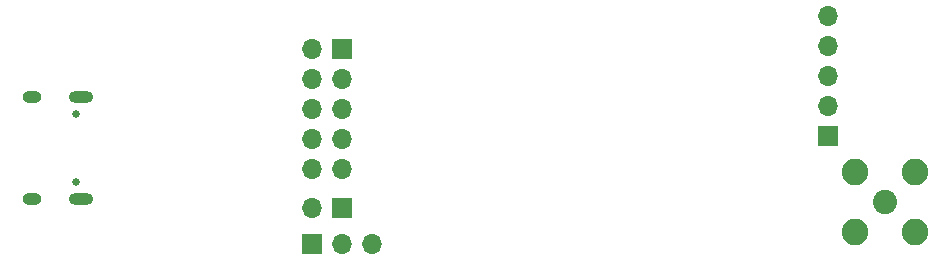
<source format=gbr>
%TF.GenerationSoftware,KiCad,Pcbnew,(5.1.9)-1*%
%TF.CreationDate,2021-02-24T20:28:46+08:00*%
%TF.ProjectId,M-HL10-kit,4d2d484c-3130-42d6-9b69-742e6b696361,rev?*%
%TF.SameCoordinates,Original*%
%TF.FileFunction,Soldermask,Bot*%
%TF.FilePolarity,Negative*%
%FSLAX46Y46*%
G04 Gerber Fmt 4.6, Leading zero omitted, Abs format (unit mm)*
G04 Created by KiCad (PCBNEW (5.1.9)-1) date 2021-02-24 20:28:46*
%MOMM*%
%LPD*%
G01*
G04 APERTURE LIST*
%ADD10O,1.700000X1.700000*%
%ADD11R,1.700000X1.700000*%
%ADD12C,0.650000*%
%ADD13O,1.600000X1.000000*%
%ADD14O,2.100000X1.000000*%
%ADD15C,2.250000*%
%ADD16C,2.050000*%
G04 APERTURE END LIST*
D10*
%TO.C,J5*%
X205994000Y-82042000D03*
X205994000Y-84582000D03*
X205994000Y-87122000D03*
X205994000Y-89662000D03*
D11*
X205994000Y-92202000D03*
%TD*%
D12*
%TO.C,J4*%
X142305000Y-90328000D03*
X142305000Y-96108000D03*
D13*
X138625000Y-97538000D03*
X138625000Y-88898000D03*
D14*
X142805000Y-97538000D03*
X142805000Y-88898000D03*
%TD*%
D10*
%TO.C,TEST*%
X162306000Y-98298000D03*
D11*
X164846000Y-98298000D03*
%TD*%
D10*
%TO.C,J2*%
X162306000Y-94996000D03*
X164846000Y-94996000D03*
X162306000Y-92456000D03*
X164846000Y-92456000D03*
X162306000Y-89916000D03*
X164846000Y-89916000D03*
X162306000Y-87376000D03*
X164846000Y-87376000D03*
X162306000Y-84836000D03*
D11*
X164846000Y-84836000D03*
%TD*%
D10*
%TO.C,AT*%
X167386000Y-101346000D03*
X164846000Y-101346000D03*
D11*
X162306000Y-101346000D03*
%TD*%
D15*
%TO.C,J6*%
X208280000Y-100330000D03*
X208280000Y-95250000D03*
X213360000Y-95250000D03*
X213360000Y-100330000D03*
D16*
X210820000Y-97790000D03*
%TD*%
M02*

</source>
